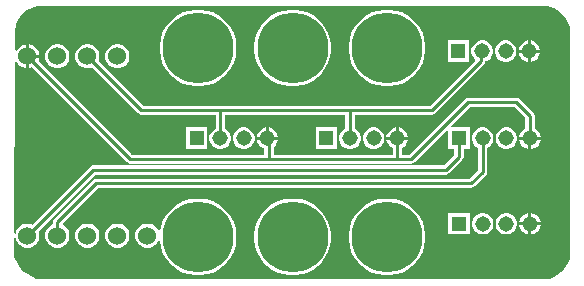
<source format=gbr>
G04*
G04 #@! TF.GenerationSoftware,Altium Limited,Altium Designer,23.0.1 (38)*
G04*
G04 Layer_Physical_Order=2*
G04 Layer_Color=16711680*
%FSLAX25Y25*%
%MOIN*%
G70*
G04*
G04 #@! TF.SameCoordinates,CB264EA1-B4AC-40A8-8FC8-DEB541A081C8*
G04*
G04*
G04 #@! TF.FilePolarity,Positive*
G04*
G01*
G75*
%ADD12C,0.01000*%
%ADD18R,0.05150X0.05150*%
%ADD19C,0.05150*%
%ADD20C,0.06000*%
%ADD21C,0.23622*%
G36*
X525171Y127820D02*
X526456Y127287D01*
X527660Y126592D01*
X528763Y125746D01*
X529746Y124763D01*
X530592Y123660D01*
X531287Y122456D01*
X531820Y121171D01*
X532000Y120500D01*
X532000Y120500D01*
X532000Y120500D01*
X532000Y44500D01*
X531820Y43829D01*
X531287Y42544D01*
X530592Y41340D01*
X529746Y40237D01*
X528763Y39254D01*
X527660Y38408D01*
X526456Y37712D01*
X525171Y37180D01*
X524500Y37000D01*
X524500Y37000D01*
X524500Y37000D01*
X524500Y37000D01*
X354000Y37000D01*
X353370Y37259D01*
X352168Y37900D01*
X351035Y38655D01*
X349981Y39518D01*
X349019Y40481D01*
X348155Y41535D01*
X347399Y42668D01*
X346759Y43870D01*
X346500Y44500D01*
X346500Y44500D01*
X346541Y50756D01*
X347041Y50820D01*
X347273Y49956D01*
X347799Y49044D01*
X348544Y48299D01*
X349456Y47773D01*
X350473Y47500D01*
X351527D01*
X352544Y47773D01*
X353456Y48299D01*
X354201Y49044D01*
X354727Y49956D01*
X355000Y50973D01*
Y52027D01*
X354727Y53044D01*
X354720Y53057D01*
X373512Y71849D01*
X490378D01*
X490963Y71965D01*
X491459Y72297D01*
X495959Y76797D01*
X496291Y77293D01*
X496407Y77878D01*
Y80425D01*
X498453D01*
Y87575D01*
X492391D01*
X492200Y88037D01*
X498633Y94471D01*
X513367D01*
X516971Y90867D01*
Y87245D01*
X516305Y86861D01*
X515639Y86195D01*
X515169Y85380D01*
X514933Y84500D01*
X522067D01*
X521831Y85380D01*
X521360Y86195D01*
X520695Y86861D01*
X520029Y87245D01*
Y91500D01*
X519913Y92085D01*
X519581Y92581D01*
X515081Y97081D01*
X514585Y97413D01*
X514000Y97529D01*
X498000D01*
X497415Y97413D01*
X496919Y97081D01*
X478367Y78529D01*
X475777D01*
Y80755D01*
X476443Y81139D01*
X477109Y81805D01*
X477579Y82620D01*
X477815Y83500D01*
X470681D01*
X470917Y82620D01*
X471387Y81805D01*
X472053Y81139D01*
X472719Y80755D01*
Y78529D01*
X433029D01*
Y81044D01*
X433195Y81139D01*
X433860Y81805D01*
X434331Y82620D01*
X434567Y83500D01*
X427433D01*
X427669Y82620D01*
X428139Y81805D01*
X428805Y81139D01*
X429620Y80669D01*
X429971Y80575D01*
Y78529D01*
X385976D01*
X354720Y109786D01*
X354727Y109799D01*
X355000Y110816D01*
Y110843D01*
X351500D01*
Y107343D01*
X351527D01*
X352544Y107615D01*
X352557Y107623D01*
X384261Y75919D01*
X384757Y75587D01*
X385343Y75471D01*
X479000D01*
X479585Y75587D01*
X480081Y75919D01*
X490841Y86678D01*
X491303Y86487D01*
Y80425D01*
X493349D01*
Y78512D01*
X489745Y74907D01*
X372878D01*
X372293Y74791D01*
X371796Y74459D01*
X352557Y55220D01*
X352544Y55227D01*
X351527Y55500D01*
X350473D01*
X349456Y55227D01*
X348544Y54701D01*
X347799Y53956D01*
X347273Y53044D01*
X347050Y52214D01*
X346550Y52281D01*
X346921Y109407D01*
X347422Y109539D01*
X347799Y108887D01*
X348544Y108142D01*
X349456Y107615D01*
X350473Y107343D01*
X350500D01*
Y111343D01*
Y115343D01*
X350473D01*
X349456Y115070D01*
X348544Y114543D01*
X347799Y113799D01*
X347446Y113187D01*
X346947Y113322D01*
X346981Y118499D01*
X347000Y118500D01*
X347000Y118500D01*
Y120025D01*
X347000Y120026D01*
X347117Y121081D01*
X347359Y121841D01*
X347641Y122730D01*
X348475Y124245D01*
X349590Y125568D01*
X350941Y126649D01*
X352477Y127445D01*
X354138Y127926D01*
X355000Y128000D01*
X355000Y128000D01*
X524500Y128000D01*
X525171Y127820D01*
D02*
G37*
%LPC*%
G36*
X518811Y116567D02*
Y113500D01*
X521878D01*
X521642Y114380D01*
X521172Y115195D01*
X520506Y115860D01*
X519691Y116331D01*
X518811Y116567D01*
D02*
G37*
G36*
X517811D02*
X516931Y116331D01*
X516116Y115860D01*
X515450Y115195D01*
X514980Y114380D01*
X514744Y113500D01*
X517811D01*
Y116567D01*
D02*
G37*
G36*
X351527Y115343D02*
X351500D01*
Y111843D01*
X355000D01*
Y111869D01*
X354727Y112887D01*
X354201Y113799D01*
X353456Y114543D01*
X352544Y115070D01*
X351527Y115343D01*
D02*
G37*
G36*
X521878Y112500D02*
X518811D01*
Y109433D01*
X519691Y109669D01*
X520506Y110140D01*
X521172Y110805D01*
X521642Y111620D01*
X521878Y112500D01*
D02*
G37*
G36*
X517811D02*
X514744D01*
X514980Y111620D01*
X515450Y110805D01*
X516116Y110140D01*
X516931Y109669D01*
X517811Y109433D01*
Y112500D01*
D02*
G37*
G36*
X510908Y116575D02*
X509966D01*
X509057Y116331D01*
X508242Y115860D01*
X507577Y115195D01*
X507106Y114380D01*
X506862Y113471D01*
Y112529D01*
X507106Y111620D01*
X507577Y110805D01*
X508242Y110140D01*
X509057Y109669D01*
X509966Y109425D01*
X510908D01*
X511817Y109669D01*
X512632Y110140D01*
X513298Y110805D01*
X513768Y111620D01*
X514012Y112529D01*
Y113471D01*
X513768Y114380D01*
X513298Y115195D01*
X512632Y115860D01*
X511817Y116331D01*
X510908Y116575D01*
D02*
G37*
G36*
X498264D02*
X491114D01*
Y109425D01*
X498264D01*
Y116575D01*
D02*
G37*
G36*
X381527Y115343D02*
X380473D01*
X379456Y115070D01*
X378544Y114543D01*
X377799Y113799D01*
X377273Y112887D01*
X377000Y111869D01*
Y110816D01*
X377273Y109799D01*
X377799Y108887D01*
X378544Y108142D01*
X379456Y107615D01*
X380473Y107343D01*
X381527D01*
X382544Y107615D01*
X383456Y108142D01*
X384201Y108887D01*
X384727Y109799D01*
X385000Y110816D01*
Y111869D01*
X384727Y112887D01*
X384201Y113799D01*
X383456Y114543D01*
X382544Y115070D01*
X381527Y115343D01*
D02*
G37*
G36*
X361527D02*
X360473D01*
X359456Y115070D01*
X358544Y114543D01*
X357799Y113799D01*
X357273Y112887D01*
X357000Y111869D01*
Y110816D01*
X357273Y109799D01*
X357799Y108887D01*
X358544Y108142D01*
X359456Y107615D01*
X360473Y107343D01*
X361527D01*
X362544Y107615D01*
X363456Y108142D01*
X364201Y108887D01*
X364727Y109799D01*
X365000Y110816D01*
Y111869D01*
X364727Y112887D01*
X364201Y113799D01*
X363456Y114543D01*
X362544Y115070D01*
X361527Y115343D01*
D02*
G37*
G36*
X471870Y126870D02*
X469854D01*
X467862Y126555D01*
X465944Y125931D01*
X464148Y125016D01*
X462516Y123831D01*
X461091Y122405D01*
X459905Y120773D01*
X458990Y118977D01*
X458367Y117059D01*
X458051Y115067D01*
Y113051D01*
X458367Y111059D01*
X458990Y109141D01*
X459905Y107345D01*
X461091Y105713D01*
X462516Y104287D01*
X464148Y103102D01*
X465944Y102187D01*
X467862Y101563D01*
X469854Y101248D01*
X471870D01*
X473862Y101563D01*
X475780Y102187D01*
X477577Y103102D01*
X479208Y104287D01*
X480634Y105713D01*
X481819Y107345D01*
X482735Y109141D01*
X483358Y111059D01*
X483673Y113051D01*
Y115067D01*
X483358Y117059D01*
X482735Y118977D01*
X481819Y120773D01*
X480634Y122405D01*
X479208Y123831D01*
X477577Y125016D01*
X475780Y125931D01*
X473862Y126555D01*
X471870Y126870D01*
D02*
G37*
G36*
X440374D02*
X438358D01*
X436366Y126555D01*
X434448Y125931D01*
X432652Y125016D01*
X431020Y123831D01*
X429595Y122405D01*
X428409Y120773D01*
X427494Y118977D01*
X426871Y117059D01*
X426555Y115067D01*
Y113051D01*
X426871Y111059D01*
X427494Y109141D01*
X428409Y107345D01*
X429595Y105713D01*
X431020Y104287D01*
X432652Y103102D01*
X434448Y102187D01*
X436366Y101563D01*
X438358Y101248D01*
X440374D01*
X442366Y101563D01*
X444284Y102187D01*
X446081Y103102D01*
X447712Y104287D01*
X449138Y105713D01*
X450323Y107345D01*
X451239Y109141D01*
X451862Y111059D01*
X452177Y113051D01*
Y115067D01*
X451862Y117059D01*
X451239Y118977D01*
X450323Y120773D01*
X449138Y122405D01*
X447712Y123831D01*
X446081Y125016D01*
X444284Y125931D01*
X442366Y126555D01*
X440374Y126870D01*
D02*
G37*
G36*
X408878D02*
X406862D01*
X404870Y126555D01*
X402952Y125931D01*
X401156Y125016D01*
X399524Y123831D01*
X398098Y122405D01*
X396913Y120773D01*
X395998Y118977D01*
X395374Y117059D01*
X395059Y115067D01*
Y113051D01*
X395374Y111059D01*
X395998Y109141D01*
X396913Y107345D01*
X398098Y105713D01*
X399524Y104287D01*
X401156Y103102D01*
X402952Y102187D01*
X404870Y101563D01*
X406862Y101248D01*
X408878D01*
X410870Y101563D01*
X412788Y102187D01*
X414584Y103102D01*
X416216Y104287D01*
X417642Y105713D01*
X418827Y107345D01*
X419742Y109141D01*
X420366Y111059D01*
X420681Y113051D01*
Y115067D01*
X420366Y117059D01*
X419742Y118977D01*
X418827Y120773D01*
X417642Y122405D01*
X416216Y123831D01*
X414584Y125016D01*
X412788Y125931D01*
X410870Y126555D01*
X408878Y126870D01*
D02*
G37*
G36*
X503034Y116575D02*
X502092D01*
X501183Y116331D01*
X500368Y115860D01*
X499703Y115195D01*
X499232Y114380D01*
X498988Y113471D01*
Y112529D01*
X499232Y111620D01*
X499703Y110805D01*
X500086Y110422D01*
X500091Y109754D01*
X485204Y94867D01*
X389638D01*
X374720Y109786D01*
X374727Y109799D01*
X375000Y110816D01*
Y111869D01*
X374727Y112887D01*
X374201Y113799D01*
X373456Y114543D01*
X372544Y115070D01*
X371527Y115343D01*
X370473D01*
X369456Y115070D01*
X368544Y114543D01*
X367799Y113799D01*
X367273Y112887D01*
X367000Y111869D01*
Y110816D01*
X367273Y109799D01*
X367799Y108887D01*
X368544Y108142D01*
X369456Y107615D01*
X370473Y107343D01*
X371527D01*
X372544Y107615D01*
X372557Y107623D01*
X387924Y92256D01*
X388420Y91925D01*
X389005Y91808D01*
X413723D01*
Y87245D01*
X413057Y86861D01*
X412391Y86195D01*
X411921Y85380D01*
X411677Y84471D01*
Y83529D01*
X411921Y82620D01*
X412391Y81805D01*
X413057Y81139D01*
X413872Y80669D01*
X414781Y80425D01*
X415723D01*
X416632Y80669D01*
X417447Y81139D01*
X418113Y81805D01*
X418583Y82620D01*
X418827Y83529D01*
Y84471D01*
X418583Y85380D01*
X418113Y86195D01*
X417447Y86861D01*
X416781Y87245D01*
Y91808D01*
X456971D01*
Y87245D01*
X456305Y86861D01*
X455640Y86195D01*
X455169Y85380D01*
X454925Y84471D01*
Y83529D01*
X455169Y82620D01*
X455640Y81805D01*
X456305Y81139D01*
X457120Y80669D01*
X458029Y80425D01*
X458971D01*
X459880Y80669D01*
X460695Y81139D01*
X461361Y81805D01*
X461831Y82620D01*
X462075Y83529D01*
Y84471D01*
X461831Y85380D01*
X461361Y86195D01*
X460695Y86861D01*
X460029Y87245D01*
Y91808D01*
X485838D01*
X486423Y91925D01*
X486919Y92256D01*
X486947Y92299D01*
X486990Y92327D01*
X503232Y108569D01*
X503563Y109065D01*
X503669Y109595D01*
X503943Y109669D01*
X504758Y110140D01*
X505423Y110805D01*
X505894Y111620D01*
X506138Y112529D01*
Y113471D01*
X505894Y114380D01*
X505423Y115195D01*
X504758Y115860D01*
X503943Y116331D01*
X503034Y116575D01*
D02*
G37*
G36*
X474748Y87567D02*
Y84500D01*
X477815D01*
X477579Y85380D01*
X477109Y86195D01*
X476443Y86861D01*
X475628Y87331D01*
X474748Y87567D01*
D02*
G37*
G36*
X473748D02*
X472868Y87331D01*
X472053Y86861D01*
X471387Y86195D01*
X470917Y85380D01*
X470681Y84500D01*
X473748D01*
Y87567D01*
D02*
G37*
G36*
X431500D02*
Y84500D01*
X434567D01*
X434331Y85380D01*
X433860Y86195D01*
X433195Y86861D01*
X432380Y87331D01*
X431500Y87567D01*
D02*
G37*
G36*
X430500D02*
X429620Y87331D01*
X428805Y86861D01*
X428139Y86195D01*
X427669Y85380D01*
X427433Y84500D01*
X430500D01*
Y87567D01*
D02*
G37*
G36*
X522067Y83500D02*
X519000D01*
Y80433D01*
X519880Y80669D01*
X520695Y81139D01*
X521360Y81805D01*
X521831Y82620D01*
X522067Y83500D01*
D02*
G37*
G36*
X518000D02*
X514933D01*
X515169Y82620D01*
X515639Y81805D01*
X516305Y81139D01*
X517120Y80669D01*
X518000Y80433D01*
Y83500D01*
D02*
G37*
G36*
X511097Y87575D02*
X510155D01*
X509246Y87331D01*
X508431Y86861D01*
X507765Y86195D01*
X507295Y85380D01*
X507051Y84471D01*
Y83529D01*
X507295Y82620D01*
X507765Y81805D01*
X508431Y81139D01*
X509246Y80669D01*
X510155Y80425D01*
X511097D01*
X512006Y80669D01*
X512821Y81139D01*
X513486Y81805D01*
X513957Y82620D01*
X514201Y83529D01*
Y84471D01*
X513957Y85380D01*
X513486Y86195D01*
X512821Y86861D01*
X512006Y87331D01*
X511097Y87575D01*
D02*
G37*
G36*
X466845D02*
X465903D01*
X464994Y87331D01*
X464179Y86861D01*
X463514Y86195D01*
X463043Y85380D01*
X462799Y84471D01*
Y83529D01*
X463043Y82620D01*
X463514Y81805D01*
X464179Y81139D01*
X464994Y80669D01*
X465903Y80425D01*
X466845D01*
X467754Y80669D01*
X468569Y81139D01*
X469235Y81805D01*
X469705Y82620D01*
X469949Y83529D01*
Y84471D01*
X469705Y85380D01*
X469235Y86195D01*
X468569Y86861D01*
X467754Y87331D01*
X466845Y87575D01*
D02*
G37*
G36*
X454201D02*
X447051D01*
Y80425D01*
X454201D01*
Y87575D01*
D02*
G37*
G36*
X423597D02*
X422655D01*
X421746Y87331D01*
X420931Y86861D01*
X420265Y86195D01*
X419795Y85380D01*
X419551Y84471D01*
Y83529D01*
X419795Y82620D01*
X420265Y81805D01*
X420931Y81139D01*
X421746Y80669D01*
X422655Y80425D01*
X423597D01*
X424506Y80669D01*
X425321Y81139D01*
X425986Y81805D01*
X426457Y82620D01*
X426701Y83529D01*
Y84471D01*
X426457Y85380D01*
X425986Y86195D01*
X425321Y86861D01*
X424506Y87331D01*
X423597Y87575D01*
D02*
G37*
G36*
X410953D02*
X403803D01*
Y80425D01*
X410953D01*
Y87575D01*
D02*
G37*
G36*
X519000Y59067D02*
Y56000D01*
X522067D01*
X521831Y56880D01*
X521360Y57695D01*
X520695Y58361D01*
X519880Y58831D01*
X519000Y59067D01*
D02*
G37*
G36*
X518000D02*
X517120Y58831D01*
X516305Y58361D01*
X515639Y57695D01*
X515169Y56880D01*
X514933Y56000D01*
X518000D01*
Y59067D01*
D02*
G37*
G36*
X408878Y63878D02*
X406862D01*
X404870Y63563D01*
X402952Y62939D01*
X401156Y62024D01*
X399524Y60839D01*
X398098Y59413D01*
X396913Y57781D01*
X395998Y55985D01*
X395374Y54067D01*
X395240Y53217D01*
X394763Y53063D01*
X394711Y53073D01*
X394201Y53956D01*
X393456Y54701D01*
X392544Y55227D01*
X391527Y55500D01*
X390473D01*
X389456Y55227D01*
X388544Y54701D01*
X387799Y53956D01*
X387273Y53044D01*
X387000Y52027D01*
Y50973D01*
X387273Y49956D01*
X387799Y49044D01*
X388544Y48299D01*
X389456Y47773D01*
X390473Y47500D01*
X391527D01*
X392544Y47773D01*
X393456Y48299D01*
X394201Y49044D01*
X394603Y49741D01*
X395125Y49644D01*
X395374Y48067D01*
X395998Y46149D01*
X396913Y44353D01*
X398098Y42721D01*
X399524Y41295D01*
X401156Y40110D01*
X402952Y39195D01*
X404870Y38571D01*
X406862Y38256D01*
X408878D01*
X410870Y38571D01*
X412788Y39195D01*
X414584Y40110D01*
X416216Y41295D01*
X417642Y42721D01*
X418827Y44353D01*
X419742Y46149D01*
X420366Y48067D01*
X420681Y50059D01*
Y52075D01*
X420366Y54067D01*
X419742Y55985D01*
X418827Y57781D01*
X417642Y59413D01*
X416216Y60839D01*
X414584Y62024D01*
X412788Y62939D01*
X410870Y63563D01*
X408878Y63878D01*
D02*
G37*
G36*
X522067Y55000D02*
X519000D01*
Y51933D01*
X519880Y52169D01*
X520695Y52639D01*
X521360Y53305D01*
X521831Y54120D01*
X522067Y55000D01*
D02*
G37*
G36*
X518000D02*
X514933D01*
X515169Y54120D01*
X515639Y53305D01*
X516305Y52639D01*
X517120Y52169D01*
X518000Y51933D01*
Y55000D01*
D02*
G37*
G36*
X511097Y59075D02*
X510155D01*
X509246Y58831D01*
X508431Y58361D01*
X507765Y57695D01*
X507295Y56880D01*
X507051Y55971D01*
Y55029D01*
X507295Y54120D01*
X507765Y53305D01*
X508431Y52639D01*
X509246Y52169D01*
X510155Y51925D01*
X511097D01*
X512006Y52169D01*
X512821Y52639D01*
X513486Y53305D01*
X513957Y54120D01*
X514201Y55029D01*
Y55971D01*
X513957Y56880D01*
X513486Y57695D01*
X512821Y58361D01*
X512006Y58831D01*
X511097Y59075D01*
D02*
G37*
G36*
X503223D02*
X502281D01*
X501372Y58831D01*
X500557Y58361D01*
X499891Y57695D01*
X499421Y56880D01*
X499177Y55971D01*
Y55029D01*
X499421Y54120D01*
X499891Y53305D01*
X500557Y52639D01*
X501372Y52169D01*
X502281Y51925D01*
X503223D01*
X504132Y52169D01*
X504947Y52639D01*
X505613Y53305D01*
X506083Y54120D01*
X506327Y55029D01*
Y55971D01*
X506083Y56880D01*
X505613Y57695D01*
X504947Y58361D01*
X504132Y58831D01*
X503223Y59075D01*
D02*
G37*
G36*
X498453D02*
X491303D01*
Y51925D01*
X498453D01*
Y59075D01*
D02*
G37*
G36*
X381527Y55500D02*
X380473D01*
X379456Y55227D01*
X378544Y54701D01*
X377799Y53956D01*
X377273Y53044D01*
X377000Y52027D01*
Y50973D01*
X377273Y49956D01*
X377799Y49044D01*
X378544Y48299D01*
X379456Y47773D01*
X380473Y47500D01*
X381527D01*
X382544Y47773D01*
X383456Y48299D01*
X384201Y49044D01*
X384727Y49956D01*
X385000Y50973D01*
Y52027D01*
X384727Y53044D01*
X384201Y53956D01*
X383456Y54701D01*
X382544Y55227D01*
X381527Y55500D01*
D02*
G37*
G36*
X371527D02*
X370473D01*
X369456Y55227D01*
X368544Y54701D01*
X367799Y53956D01*
X367273Y53044D01*
X367000Y52027D01*
Y50973D01*
X367273Y49956D01*
X367799Y49044D01*
X368544Y48299D01*
X369456Y47773D01*
X370473Y47500D01*
X371527D01*
X372544Y47773D01*
X373456Y48299D01*
X374201Y49044D01*
X374727Y49956D01*
X375000Y50973D01*
Y52027D01*
X374727Y53044D01*
X374201Y53956D01*
X373456Y54701D01*
X372544Y55227D01*
X371527Y55500D01*
D02*
G37*
G36*
X503223Y87575D02*
X502281D01*
X501372Y87331D01*
X500557Y86861D01*
X499891Y86195D01*
X499421Y85380D01*
X499177Y84471D01*
Y83529D01*
X499421Y82620D01*
X499891Y81805D01*
X500557Y81139D01*
X501223Y80755D01*
Y73386D01*
X498366Y70529D01*
X374000D01*
X373415Y70413D01*
X372919Y70081D01*
X359919Y57081D01*
X359587Y56585D01*
X359471Y56000D01*
Y55231D01*
X359456Y55227D01*
X358544Y54701D01*
X357799Y53956D01*
X357273Y53044D01*
X357000Y52027D01*
Y50973D01*
X357273Y49956D01*
X357799Y49044D01*
X358544Y48299D01*
X359456Y47773D01*
X360473Y47500D01*
X361527D01*
X362544Y47773D01*
X363456Y48299D01*
X364201Y49044D01*
X364727Y49956D01*
X365000Y50973D01*
Y52027D01*
X364727Y53044D01*
X364201Y53956D01*
X363456Y54701D01*
X362895Y55025D01*
X362813Y55650D01*
X374634Y67471D01*
X499000D01*
X499585Y67587D01*
X500081Y67919D01*
X503833Y71671D01*
X504165Y72167D01*
X504281Y72752D01*
Y80755D01*
X504947Y81139D01*
X505613Y81805D01*
X506083Y82620D01*
X506327Y83529D01*
Y84471D01*
X506083Y85380D01*
X505613Y86195D01*
X504947Y86861D01*
X504132Y87331D01*
X503223Y87575D01*
D02*
G37*
G36*
X471870Y63878D02*
X469854D01*
X467862Y63563D01*
X465944Y62939D01*
X464148Y62024D01*
X462516Y60839D01*
X461091Y59413D01*
X459905Y57781D01*
X458990Y55985D01*
X458367Y54067D01*
X458051Y52075D01*
Y50059D01*
X458367Y48067D01*
X458990Y46149D01*
X459905Y44353D01*
X461091Y42721D01*
X462516Y41295D01*
X464148Y40110D01*
X465944Y39195D01*
X467862Y38571D01*
X469854Y38256D01*
X471870D01*
X473862Y38571D01*
X475780Y39195D01*
X477577Y40110D01*
X479208Y41295D01*
X480634Y42721D01*
X481819Y44353D01*
X482735Y46149D01*
X483358Y48067D01*
X483673Y50059D01*
Y52075D01*
X483358Y54067D01*
X482735Y55985D01*
X481819Y57781D01*
X480634Y59413D01*
X479208Y60839D01*
X477577Y62024D01*
X475780Y62939D01*
X473862Y63563D01*
X471870Y63878D01*
D02*
G37*
G36*
X440374D02*
X438358D01*
X436366Y63563D01*
X434448Y62939D01*
X432652Y62024D01*
X431020Y60839D01*
X429595Y59413D01*
X428409Y57781D01*
X427494Y55985D01*
X426871Y54067D01*
X426555Y52075D01*
Y50059D01*
X426871Y48067D01*
X427494Y46149D01*
X428409Y44353D01*
X429595Y42721D01*
X431020Y41295D01*
X432652Y40110D01*
X434448Y39195D01*
X436366Y38571D01*
X438358Y38256D01*
X440374D01*
X442366Y38571D01*
X444284Y39195D01*
X446081Y40110D01*
X447712Y41295D01*
X449138Y42721D01*
X450323Y44353D01*
X451239Y46149D01*
X451862Y48067D01*
X452177Y50059D01*
Y52075D01*
X451862Y54067D01*
X451239Y55985D01*
X450323Y57781D01*
X449138Y59413D01*
X447712Y60839D01*
X446081Y62024D01*
X444284Y62939D01*
X442366Y63563D01*
X440374Y63878D01*
D02*
G37*
%LPD*%
D12*
X389005Y93338D02*
X415252D01*
X371000Y111343D02*
X389005Y93338D01*
X415252D02*
X458500D01*
X485838D01*
X415252Y84000D02*
Y93338D01*
X485908Y93408D02*
X502150Y109650D01*
X458500Y84000D02*
Y93238D01*
X415252Y93338D02*
X415252Y93338D01*
X502150Y109650D02*
Y112587D01*
X502563Y113000D01*
X494878Y77878D02*
Y84000D01*
X490378Y73378D02*
X494878Y77878D01*
X372878Y73378D02*
X490378D01*
X499000Y69000D02*
X502752Y72752D01*
X361000Y56000D02*
X374000Y69000D01*
X499000D01*
X502752Y72752D02*
Y84000D01*
X351000Y51500D02*
X372878Y73378D01*
X431500Y77000D02*
X474000D01*
X385343D02*
X431500D01*
X431000Y84000D02*
X431500Y83500D01*
Y77000D02*
Y83500D01*
X474000Y77000D02*
X479000D01*
X474000D02*
X474248Y77248D01*
Y84000D01*
X514000Y96000D02*
X518500Y91500D01*
X479000Y77000D02*
X498000Y96000D01*
X514000D01*
X518500Y84000D02*
Y91500D01*
X351000Y111343D02*
X385343Y77000D01*
X361000Y51500D02*
Y56000D01*
D18*
X407378Y84000D02*
D03*
X450626D02*
D03*
X494878Y55500D02*
D03*
Y84000D02*
D03*
X494689Y113000D02*
D03*
D19*
X415252Y84000D02*
D03*
X423126D02*
D03*
X431000D02*
D03*
X458500D02*
D03*
X466374D02*
D03*
X474248D02*
D03*
X518500Y55500D02*
D03*
X510626D02*
D03*
X502752D02*
D03*
X518500Y84000D02*
D03*
X510626D02*
D03*
X502752D02*
D03*
X518311Y113000D02*
D03*
X510437D02*
D03*
X502563D02*
D03*
D20*
X361000Y111343D02*
D03*
X371000D02*
D03*
X351000D02*
D03*
Y51500D02*
D03*
X391000D02*
D03*
X361000D02*
D03*
X381000D02*
D03*
X371000D02*
D03*
X381000Y111343D02*
D03*
D21*
X439366Y114059D02*
D03*
X470862D02*
D03*
X407870D02*
D03*
Y51067D02*
D03*
X439366D02*
D03*
X470862D02*
D03*
M02*

</source>
